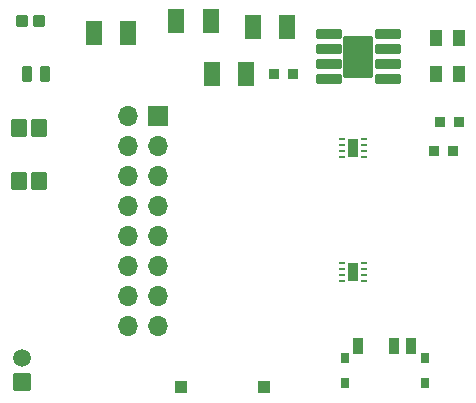
<source format=gbr>
%TF.GenerationSoftware,KiCad,Pcbnew,8.0.1*%
%TF.CreationDate,2024-03-24T23:20:46+02:00*%
%TF.ProjectId,MSHPRI017_Micro_Mouse_Subsystem,4d534850-5249-4303-9137-5f4d6963726f,rev?*%
%TF.SameCoordinates,Original*%
%TF.FileFunction,Soldermask,Top*%
%TF.FilePolarity,Negative*%
%FSLAX46Y46*%
G04 Gerber Fmt 4.6, Leading zero omitted, Abs format (unit mm)*
G04 Created by KiCad (PCBNEW 8.0.1) date 2024-03-24 23:20:46*
%MOMM*%
%LPD*%
G01*
G04 APERTURE LIST*
G04 Aperture macros list*
%AMRoundRect*
0 Rectangle with rounded corners*
0 $1 Rounding radius*
0 $2 $3 $4 $5 $6 $7 $8 $9 X,Y pos of 4 corners*
0 Add a 4 corners polygon primitive as box body*
4,1,4,$2,$3,$4,$5,$6,$7,$8,$9,$2,$3,0*
0 Add four circle primitives for the rounded corners*
1,1,$1+$1,$2,$3*
1,1,$1+$1,$4,$5*
1,1,$1+$1,$6,$7*
1,1,$1+$1,$8,$9*
0 Add four rect primitives between the rounded corners*
20,1,$1+$1,$2,$3,$4,$5,0*
20,1,$1+$1,$4,$5,$6,$7,0*
20,1,$1+$1,$6,$7,$8,$9,0*
20,1,$1+$1,$8,$9,$2,$3,0*%
G04 Aperture macros list end*
%ADD10RoundRect,0.102000X-0.550000X-0.690000X0.550000X-0.690000X0.550000X0.690000X-0.550000X0.690000X0*%
%ADD11RoundRect,0.102000X-0.600000X-0.910000X0.600000X-0.910000X0.600000X0.910000X-0.600000X0.910000X0*%
%ADD12R,0.900000X0.950000*%
%ADD13RoundRect,0.062500X-0.187500X-0.062500X0.187500X-0.062500X0.187500X0.062500X-0.187500X0.062500X0*%
%ADD14R,0.900000X1.600000*%
%ADD15R,0.900000X1.400000*%
%ADD16R,0.750000X0.850000*%
%ADD17R,1.000000X1.450000*%
%ADD18RoundRect,0.102000X0.654000X-0.654000X0.654000X0.654000X-0.654000X0.654000X-0.654000X-0.654000X0*%
%ADD19C,1.512000*%
%ADD20RoundRect,0.102000X-0.285000X-0.600000X0.285000X-0.600000X0.285000X0.600000X-0.285000X0.600000X0*%
%ADD21R,1.000000X1.000000*%
%ADD22RoundRect,0.056280X-1.030720X-0.345720X1.030720X-0.345720X1.030720X0.345720X-1.030720X0.345720X0*%
%ADD23RoundRect,0.102000X-1.206500X-1.651000X1.206500X-1.651000X1.206500X1.651000X-1.206500X1.651000X0*%
%ADD24RoundRect,0.102000X-0.400000X-0.400000X0.400000X-0.400000X0.400000X0.400000X-0.400000X0.400000X0*%
%ADD25R,1.700000X1.700000*%
%ADD26O,1.700000X1.700000*%
G04 APERTURE END LIST*
D10*
%TO.C,C9*%
X101774000Y-60500000D03*
X103500000Y-60500000D03*
%TD*%
D11*
%TO.C,C1*%
X115080000Y-51500000D03*
X118000000Y-51500000D03*
%TD*%
D12*
%TO.C,R3*%
X123400000Y-56000000D03*
X125000000Y-56000000D03*
%TD*%
D13*
%TO.C,MotorDriver1*%
X129100000Y-61500000D03*
X129100000Y-62000000D03*
X129100000Y-62500000D03*
X129100000Y-63000000D03*
X131000000Y-63000000D03*
X131000000Y-62500000D03*
X131000000Y-62000000D03*
X131000000Y-61500000D03*
D14*
X130050000Y-62250000D03*
%TD*%
D15*
%TO.C,SW1*%
X130500000Y-79000000D03*
X133500000Y-79000000D03*
X135000000Y-79000000D03*
D16*
X129375000Y-79967000D03*
X129375000Y-82117000D03*
X136125000Y-79967000D03*
X136125000Y-82092000D03*
%TD*%
D10*
%TO.C,C10*%
X101774000Y-65000000D03*
X103500000Y-65000000D03*
%TD*%
D17*
%TO.C,R1*%
X137100000Y-52950000D03*
X139000000Y-52950000D03*
%TD*%
D18*
%TO.C,J2*%
X102000000Y-82000000D03*
D19*
X102000000Y-80000000D03*
%TD*%
D20*
%TO.C,D1*%
X104000000Y-56000000D03*
X102470000Y-56000000D03*
%TD*%
D11*
%TO.C,C2*%
X121580000Y-52000000D03*
X124500000Y-52000000D03*
%TD*%
%TO.C,C3*%
X118080000Y-56000000D03*
X121000000Y-56000000D03*
%TD*%
D13*
%TO.C,MotorDriver2*%
X129100000Y-72000000D03*
X129100000Y-72500000D03*
X129100000Y-73000000D03*
X129100000Y-73500000D03*
X131000000Y-73500000D03*
X131000000Y-73000000D03*
X131000000Y-72500000D03*
X131000000Y-72000000D03*
D14*
X130050000Y-72750000D03*
%TD*%
D21*
%TO.C,TP1*%
X122500000Y-82500000D03*
%TD*%
%TO.C,TP2*%
X115500000Y-82500000D03*
%TD*%
D22*
%TO.C,U1*%
X128025000Y-52595000D03*
X128025000Y-53865000D03*
X128025000Y-55135000D03*
X128025000Y-56405000D03*
X132975000Y-56405000D03*
X132975000Y-55135000D03*
X132975000Y-53865000D03*
X132975000Y-52595000D03*
D23*
X130500000Y-54500000D03*
%TD*%
D11*
%TO.C,C4*%
X108080000Y-52500000D03*
X111000000Y-52500000D03*
%TD*%
D24*
%TO.C,D2*%
X103500000Y-51500000D03*
X102000000Y-51500000D03*
%TD*%
D12*
%TO.C,R4*%
X136900000Y-62500000D03*
X138500000Y-62500000D03*
%TD*%
D17*
%TO.C,R2*%
X137100000Y-56000000D03*
X139000000Y-56000000D03*
%TD*%
D12*
%TO.C,R5*%
X137400000Y-60000000D03*
X139000000Y-60000000D03*
%TD*%
D25*
%TO.C,J1*%
X113500000Y-59500000D03*
D26*
X110960000Y-59500000D03*
X113500000Y-62040000D03*
X110960000Y-62040000D03*
X113500000Y-64580000D03*
X110960000Y-64580000D03*
X113500000Y-67120000D03*
X110960000Y-67120000D03*
X113500000Y-69660000D03*
X110960000Y-69660000D03*
X113500000Y-72200000D03*
X110960000Y-72200000D03*
X113500000Y-74740000D03*
X110960000Y-74740000D03*
X113500000Y-77280000D03*
X110960000Y-77280000D03*
%TD*%
M02*

</source>
